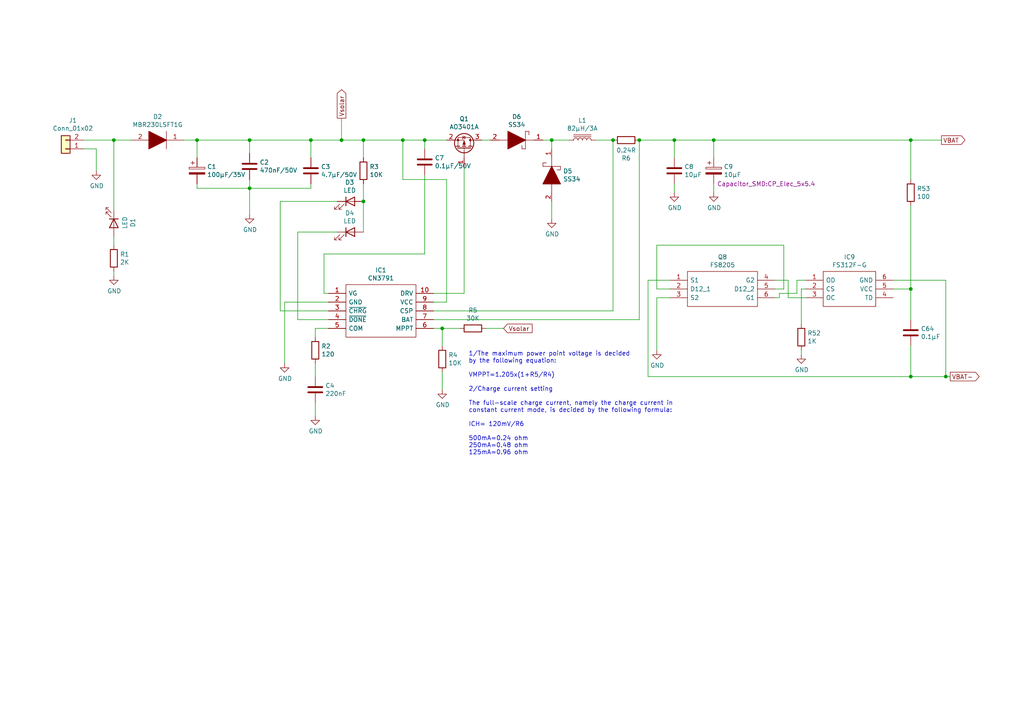
<source format=kicad_sch>
(kicad_sch (version 20211123) (generator eeschema)
  (paper "A4")
  (title_block (title "Open_beehive_scale_board") (date "2023-01-13") (rev "V0.4") (company "Ratamuse"))
  (lib_symbols
    (symbol "CN3791:CN3791" (pin_names (offset 0.762))
      (property "Reference" "IC" (at 26.67 7.62 0))
      (property "Value" "CN3791" (at 26.67 5.08 0))
      (symbol "CN3791_0_0"
        (pin passive line (at 0 0 0) (length 5.08) (name "VG") (number "1"))
        (pin passive line (at 30.48 0 180) (length 5.08) (name "DRV") (number "10"))
        (pin passive line (at 0 -2.54 0) (length 5.08) (name "GND") (number "2"))
        (pin passive line (at 0 -5.08 0) (length 5.08) (name "~{CHRG}") (number "3"))
        (pin passive line (at 0 -7.62 0) (length 5.08) (name "~{DONE}") (number "4"))
        (pin passive line (at 0 -10.16 0) (length 5.08) (name "COM") (number "5"))
        (pin passive line (at 30.48 -10.16 180) (length 5.08) (name "MPPT") (number "6"))
        (pin passive line (at 30.48 -7.62 180) (length 5.08) (name "BAT") (number "7"))
        (pin passive line (at 30.48 -5.08 180) (length 5.08) (name "CSP") (number "8"))
        (pin passive line (at 30.48 -2.54 180) (length 5.08) (name "VCC") (number "9"))
      )
      (symbol "CN3791_0_1"
        (polyline (pts (xy 5.08 2.54) (xy 25.4 2.54) (xy 25.4 -12.7) (xy 5.08 -12.7) (xy 5.08 2.54)) (stroke (width 0.1524)))
      )
    )
    (symbol "Connector_Generic:Conn_01x02" (pin_names (offset 1.016) hide)
      (property "Reference" "J" (at 0 2.54 0))
      (property "Value" "Conn_01x02" (at 0 -5.08 0))
      (symbol "Conn_01x02_1_1"
        (rectangle (start -1.27 -2.413) (end 0 -2.667) (stroke (width 0.1524)))
        (rectangle (start -1.27 0.127) (end 0 -0.127) (stroke (width 0.1524)))
        (rectangle (start -1.27 1.27) (end 1.27 -3.81) (stroke (width 0.254)) (fill (type background)))
        (pin passive line (at -5.08 0 0) (length 3.81) (name "Pin_1") (number "1"))
        (pin passive line (at -5.08 -2.54 0) (length 3.81) (name "Pin_2") (number "2"))
      )
    )
    (symbol "Device:C" (pin_numbers hide) (pin_names (offset 0.254))
      (property "Reference" "C" (at 0.635 2.54 0))
      (property "Value" "C" (at 0.635 -2.54 0))
      (symbol "C_0_1"
        (polyline (pts (xy -2.032 -0.762) (xy 2.032 -0.762)) (stroke (width 0.508)))
        (polyline (pts (xy -2.032 0.762) (xy 2.032 0.762)) (stroke (width 0.508)))
      )
      (symbol "C_1_1"
        (pin passive line (at 0 3.81 270) (length 2.794) (name "~") (number "1"))
        (pin passive line (at 0 -3.81 90) (length 2.794) (name "~") (number "2"))
      )
    )
    (symbol "Device:LED" (pin_numbers hide) (pin_names (offset 1.016) hide)
      (property "Reference" "D" (at 0 2.54 0))
      (property "Value" "LED" (at 0 -2.54 0))
      (symbol "LED_0_1"
        (polyline (pts (xy -1.27 -1.27) (xy -1.27 1.27)) (stroke (width 0.254)))
        (polyline (pts (xy -1.27 0) (xy 1.27 0)))
        (polyline (pts (xy 1.27 -1.27) (xy 1.27 1.27) (xy -1.27 0) (xy 1.27 -1.27)) (stroke (width 0.254)))
        (polyline (pts (xy -3.048 -0.762) (xy -4.572 -2.286) (xy -3.81 -2.286) (xy -4.572 -2.286) (xy -4.572 -1.524)))
        (polyline (pts (xy -1.778 -0.762) (xy -3.302 -2.286) (xy -2.54 -2.286) (xy -3.302 -2.286) (xy -3.302 -1.524)))
      )
      (symbol "LED_1_1"
        (pin passive line (at -3.81 0 0) (length 2.54) (name "K") (number "1"))
        (pin passive line (at 3.81 0 180) (length 2.54) (name "A") (number "2"))
      )
    )
    (symbol "Device:R" (pin_numbers hide) (pin_names (offset 0))
      (property "Reference" "R" (at 2.032 0 90))
      (property "Value" "R" (at 0 0 90))
      (symbol "R_0_1"
        (rectangle (start -1.016 -2.54) (end 1.016 2.54) (stroke (width 0.254)))
      )
      (symbol "R_1_1"
        (pin passive line (at 0 3.81 270) (length 1.27) (name "~") (number "1"))
        (pin passive line (at 0 -3.81 90) (length 1.27) (name "~") (number "2"))
      )
    )
    (symbol "FS312F-G:FS312F-G" (pin_names (offset 0.762))
      (property "Reference" "IC" (at 21.59 7.62 0))
      (property "Value" "FS312F-G" (at 21.59 5.08 0))
      (symbol "FS312F-G_0_0"
        (pin passive line (at 0 0 0) (length 5.08) (name "OD") (number "1"))
        (pin passive line (at 0 -2.54 0) (length 5.08) (name "CS") (number "2"))
        (pin passive line (at 0 -5.08 0) (length 5.08) (name "OC") (number "3"))
        (pin passive line (at 25.4 -5.08 180) (length 5.08) (name "TD") (number "4"))
        (pin passive line (at 25.4 -2.54 180) (length 5.08) (name "VCC") (number "5"))
        (pin passive line (at 25.4 0 180) (length 5.08) (name "GND") (number "6"))
      )
      (symbol "FS312F-G_0_1"
        (polyline (pts (xy 5.08 2.54) (xy 20.32 2.54) (xy 20.32 -7.62) (xy 5.08 -7.62) (xy 5.08 2.54)) (stroke (width 0.1524)))
      )
    )
    (symbol "FS8205:FS8205" (pin_names (offset 0.762))
      (property "Reference" "Q" (at 26.67 7.62 0))
      (property "Value" "FS8205" (at 26.67 5.08 0))
      (symbol "FS8205_0_0"
        (pin passive line (at 0 0 0) (length 5.08) (name "S1") (number "1"))
        (pin passive line (at 0 -2.54 0) (length 5.08) (name "D12_1") (number "2"))
        (pin passive line (at 0 -5.08 0) (length 5.08) (name "S2") (number "3"))
        (pin passive line (at 30.48 0 180) (length 5.08) (name "G2") (number "4"))
        (pin passive line (at 30.48 -2.54 180) (length 5.08) (name "D12_2") (number "5"))
        (pin passive line (at 30.48 -5.08 180) (length 5.08) (name "G1") (number "6"))
      )
      (symbol "FS8205_0_1"
        (polyline (pts (xy 5.08 2.54) (xy 25.4 2.54) (xy 25.4 -7.62) (xy 5.08 -7.62) (xy 5.08 2.54)) (stroke (width 0.1524)))
      )
    )
    (symbol "MBR230LSFT1G:MBR230LSFT1G" (pin_names (offset 0.762))
      (property "Reference" "D" (at 11.43 5.08 0))
      (property "Value" "MBR230LSFT1G" (at 11.43 2.54 0))
      (symbol "MBR230LSFT1G_0_0"
        (pin passive line (at 0 0 0) (length 5.08) (name "~") (number "1"))
        (pin passive line (at 15.24 0 180) (length 5.08) (name "~") (number "2"))
      )
      (symbol "MBR230LSFT1G_0_1"
        (polyline (pts (xy 5.08 2.54) (xy 5.08 -2.54)) (stroke (width 0.1524)))
        (polyline (pts (xy 5.08 0) (xy 10.16 2.54) (xy 10.16 -2.54) (xy 5.08 0)) (stroke (width 0.254)) (fill (type outline)))
      )
    )
    (symbol "SS34:SS34" (pin_names (offset 0.762))
      (property "Reference" "D" (at 12.7 8.89 0))
      (property "Value" "SS34" (at 12.7 6.35 0))
      (symbol "SS34_0_0"
        (pin passive line (at 2.54 0 0) (length 2.54) (name "~") (number "1"))
        (pin passive line (at 17.78 0 180) (length 2.54) (name "~") (number "2"))
      )
      (symbol "SS34_0_1"
        (polyline (pts (xy 5.08 0) (xy 7.62 0)) (stroke (width 0.1524)))
        (polyline (pts (xy 7.62 2.54) (xy 7.62 -2.54)) (stroke (width 0.1524)))
        (polyline (pts (xy 12.7 0) (xy 15.24 0)) (stroke (width 0.1524)))
        (polyline (pts (xy 7.62 -2.54) (xy 6.604 -2.54) (xy 6.604 -1.524)) (stroke (width 0.1524)))
        (polyline (pts (xy 7.62 2.54) (xy 8.636 2.54) (xy 8.636 1.524)) (stroke (width 0.1524)))
        (polyline (pts (xy 7.62 0) (xy 12.7 2.54) (xy 12.7 -2.54) (xy 7.62 0)) (stroke (width 0.254)) (fill (type outline)))
      )
    )
    (symbol "Transistor_FET:AO3401A" (pin_names hide)
      (property "Reference" "Q" (at 5.08 1.905 0))
      (property "Value" "AO3401A" (at 5.08 0 0))
      (symbol "AO3401A_0_1"
        (polyline (pts (xy 0.254 0) (xy -2.54 0)))
        (polyline (pts (xy 0.254 1.905) (xy 0.254 -1.905)) (stroke (width 0.254)))
        (polyline (pts (xy 0.762 -1.27) (xy 0.762 -2.286)) (stroke (width 0.254)))
        (polyline (pts (xy 0.762 0.508) (xy 0.762 -0.508)) (stroke (width 0.254)))
        (polyline (pts (xy 0.762 2.286) (xy 0.762 1.27)) (stroke (width 0.254)))
        (polyline (pts (xy 2.54 2.54) (xy 2.54 1.778)))
        (polyline (pts (xy 2.54 -2.54) (xy 2.54 0) (xy 0.762 0)))
        (polyline (pts (xy 0.762 1.778) (xy 3.302 1.778) (xy 3.302 -1.778) (xy 0.762 -1.778)))
        (polyline (pts (xy 2.286 0) (xy 1.27 0.381) (xy 1.27 -0.381) (xy 2.286 0)) (fill (type outline)))
        (polyline (pts (xy 2.794 -0.508) (xy 2.921 -0.381) (xy 3.683 -0.381) (xy 3.81 -0.254)))
        (polyline (pts (xy 3.302 -0.381) (xy 2.921 0.254) (xy 3.683 0.254) (xy 3.302 -0.381)))
        (circle (center 1.651 0) (radius 2.794) (stroke (width 0.254)))
        (circle (center 2.54 -1.778) (radius 0.254) (fill (type outline)))
        (circle (center 2.54 1.778) (radius 0.254) (fill (type outline)))
      )
      (symbol "AO3401A_1_1"
        (pin input line (at -5.08 0 0) (length 2.54) (name "G") (number "1"))
        (pin passive line (at 2.54 -5.08 90) (length 2.54) (name "S") (number "2"))
        (pin passive line (at 2.54 5.08 270) (length 2.54) (name "D") (number "3"))
      )
    )
    (symbol "power:GND" (power) (pin_names (offset 0))
      (property "Value" "GND" (at 0 -3.81 0))
      (symbol "GND_0_1"
        (polyline (pts (xy 0 0) (xy 0 -1.27) (xy 1.27 -1.27) (xy 0 -2.54) (xy -1.27 -1.27) (xy 0 -1.27)))
      )
      (symbol "GND_1_1"
        (pin power_in line (at 0 0 270) (length 0) hide (name "GND") (number "1"))
      )
    )
    (symbol "ruche-rescue:CP-Device" (pin_numbers hide) (pin_names (offset 0.254))
      (property "Reference" "C" (at 0.635 2.54 0))
      (property "Value" "CP-Device" (at 0.635 -2.54 0))
      (symbol "CP-Device_0_1"
        (rectangle (start -2.286 0.508) (end 2.286 1.016))
        (polyline (pts (xy -1.778 2.286) (xy -0.762 2.286)))
        (polyline (pts (xy -1.27 2.794) (xy -1.27 1.778)))
        (rectangle (start 2.286 -0.508) (end -2.286 -1.016) (fill (type outline)))
      )
      (symbol "CP-Device_1_1"
        (pin passive line (at 0 3.81 270) (length 2.794) (name "~") (number "1"))
        (pin passive line (at 0 -3.81 90) (length 2.794) (name "~") (number "2"))
      )
    )
    (symbol "ruche-rescue:L_Core_Iron-Device" (pin_numbers hide) (pin_names (offset 1.016) hide)
      (property "Reference" "L" (at -1.27 0 90))
      (property "Value" "L_Core_Iron-Device" (at 2.794 0 90))
      (symbol "L_Core_Iron-Device_0_1"
        (arc (start 0 -2.54) (mid 0.635 -1.905) (end 0 -1.27))
        (arc (start 0 -1.27) (mid 0.635 -0.635) (end 0 0))
        (polyline (pts (xy 1.016 2.54) (xy 1.016 -2.54)))
        (polyline (pts (xy 1.524 -2.54) (xy 1.524 2.54)))
        (arc (start 0 0) (mid 0.635 0.635) (end 0 1.27))
        (arc (start 0 1.27) (mid 0.635 1.905) (end 0 2.54))
      )
      (symbol "L_Core_Iron-Device_1_1"
        (pin passive line (at 0 3.81 270) (length 1.27) (name "1") (number "1"))
        (pin passive line (at 0 -3.81 90) (length 1.27) (name "2") (number "2"))
      )
    )
  )
  (junction (at 195.58 40.64))
  (junction (at 264.16 83.82))
  (junction (at 57.15 40.64))
  (junction (at 264.16 40.64))
  (junction (at 90.17 40.64))
  (junction (at 105.41 40.64))
  (junction (at 123.19 40.64))
  (junction (at 264.16 109.22))
  (junction (at 207.01 40.64))
  (junction (at 160.02 40.64))
  (junction (at 99.06 40.64))
  (junction (at 72.39 54.61))
  (junction (at 177.8 40.64))
  (junction (at 72.39 40.64))
  (junction (at 274.32 109.22))
  (junction (at 128.27 95.25))
  (junction (at 33.02 40.64))
  (junction (at 185.42 40.64))
  (junction (at 116.84 40.64))
  (junction (at 105.41 58.42))
  (wire (pts (xy 72.39 54.61) (xy 72.39 62.23)))
  (wire (pts (xy 72.39 40.64) (xy 90.17 40.64)))
  (wire (pts (xy 195.58 40.64) (xy 195.58 45.72)))
  (wire (pts (xy 116.84 40.64) (xy 123.19 40.64)))
  (wire (pts (xy 123.19 43.18) (xy 123.19 40.64)))
  (wire (pts (xy 57.15 40.64) (xy 57.15 45.72)))
  (wire (pts (xy 125.73 92.71) (xy 185.42 92.71)))
  (wire (pts (xy 259.08 83.82) (xy 264.16 83.82)))
  (wire (pts (xy 93.98 85.09) (xy 95.25 85.09)))
  (wire (pts (xy 81.28 90.17) (xy 95.25 90.17)))
  (wire (pts (xy 99.06 34.29) (xy 99.06 40.64)))
  (wire (pts (xy 33.02 80.01) (xy 33.02 78.74)))
  (wire (pts (xy 195.58 55.88) (xy 195.58 53.34)))
  (wire (pts (xy 228.6 81.28) (xy 224.79 81.28)))
  (wire (pts (xy 123.19 40.64) (xy 129.54 40.64)))
  (wire (pts (xy 27.94 43.18) (xy 27.94 49.53)))
  (wire (pts (xy 123.19 73.66) (xy 93.98 73.66)))
  (wire (pts (xy 195.58 40.64) (xy 207.01 40.64)))
  (wire (pts (xy 125.73 95.25) (xy 128.27 95.25)))
  (wire (pts (xy 33.02 71.12) (xy 33.02 68.58)))
  (wire (pts (xy 139.7 40.64) (xy 142.24 40.64)))
  (wire (pts (xy 82.55 87.63) (xy 95.25 87.63)))
  (wire (pts (xy 232.41 83.82) (xy 232.41 93.98)))
  (wire (pts (xy 274.32 109.22) (xy 264.16 109.22)))
  (wire (pts (xy 72.39 52.07) (xy 72.39 54.61)))
  (wire (pts (xy 125.73 85.09) (xy 134.62 85.09)))
  (wire (pts (xy 81.28 58.42) (xy 81.28 90.17)))
  (wire (pts (xy 264.16 92.71) (xy 264.16 83.82)))
  (wire (pts (xy 228.6 86.36) (xy 228.6 81.28)))
  (wire (pts (xy 207.01 40.64) (xy 264.16 40.64)))
  (wire (pts (xy 128.27 107.95) (xy 128.27 113.03)))
  (wire (pts (xy 172.72 40.64) (xy 177.8 40.64)))
  (wire (pts (xy 57.15 54.61) (xy 57.15 53.34)))
  (wire (pts (xy 160.02 40.64) (xy 160.02 43.18)))
  (wire (pts (xy 140.97 95.25) (xy 146.05 95.25)))
  (wire (pts (xy 90.17 40.64) (xy 90.17 45.72)))
  (wire (pts (xy 129.54 52.07) (xy 129.54 87.63)))
  (wire (pts (xy 95.25 95.25) (xy 91.44 95.25)))
  (wire (pts (xy 105.41 53.34) (xy 105.41 58.42)))
  (wire (pts (xy 226.06 85.09) (xy 226.06 86.36)))
  (wire (pts (xy 187.96 81.28) (xy 187.96 109.22)))
  (wire (pts (xy 190.5 83.82) (xy 194.31 83.82)))
  (wire (pts (xy 93.98 73.66) (xy 93.98 85.09)))
  (wire (pts (xy 231.14 81.28) (xy 233.68 81.28)))
  (wire (pts (xy 264.16 40.64) (xy 273.05 40.64)))
  (wire (pts (xy 232.41 101.6) (xy 232.41 102.87)))
  (wire (pts (xy 227.33 71.12) (xy 227.33 83.82)))
  (wire (pts (xy 224.79 83.82) (xy 227.33 83.82)))
  (wire (pts (xy 53.34 40.64) (xy 57.15 40.64)))
  (wire (pts (xy 259.08 81.28) (xy 274.32 81.28)))
  (wire (pts (xy 190.5 71.12) (xy 227.33 71.12)))
  (wire (pts (xy 82.55 87.63) (xy 82.55 105.41)))
  (wire (pts (xy 264.16 100.33) (xy 264.16 109.22)))
  (wire (pts (xy 185.42 40.64) (xy 185.42 92.71)))
  (wire (pts (xy 228.6 86.36) (xy 233.68 86.36)))
  (wire (pts (xy 274.32 109.22) (xy 275.59 109.22)))
  (wire (pts (xy 207.01 53.34) (xy 207.01 55.88)))
  (wire (pts (xy 24.13 40.64) (xy 33.02 40.64)))
  (wire (pts (xy 129.54 52.07) (xy 116.84 52.07)))
  (wire (pts (xy 105.41 58.42) (xy 105.41 67.31)))
  (wire (pts (xy 90.17 54.61) (xy 90.17 53.34)))
  (wire (pts (xy 226.06 86.36) (xy 224.79 86.36)))
  (wire (pts (xy 274.32 81.28) (xy 274.32 109.22)))
  (wire (pts (xy 160.02 40.64) (xy 165.1 40.64)))
  (wire (pts (xy 194.31 86.36) (xy 190.5 86.36)))
  (wire (pts (xy 128.27 95.25) (xy 133.35 95.25)))
  (wire (pts (xy 134.62 48.26) (xy 134.62 85.09)))
  (wire (pts (xy 33.02 40.64) (xy 38.1 40.64)))
  (wire (pts (xy 99.06 40.64) (xy 105.41 40.64)))
  (wire (pts (xy 91.44 105.41) (xy 91.44 109.22)))
  (wire (pts (xy 128.27 95.25) (xy 128.27 100.33)))
  (wire (pts (xy 264.16 52.07) (xy 264.16 40.64)))
  (wire (pts (xy 97.79 58.42) (xy 81.28 58.42)))
  (wire (pts (xy 33.02 40.64) (xy 33.02 60.96)))
  (wire (pts (xy 190.5 86.36) (xy 190.5 101.6)))
  (wire (pts (xy 231.14 85.09) (xy 226.06 85.09)))
  (wire (pts (xy 105.41 40.64) (xy 105.41 45.72)))
  (wire (pts (xy 57.15 40.64) (xy 72.39 40.64)))
  (wire (pts (xy 157.48 40.64) (xy 160.02 40.64)))
  (wire (pts (xy 187.96 81.28) (xy 194.31 81.28)))
  (wire (pts (xy 24.13 43.18) (xy 27.94 43.18)))
  (wire (pts (xy 160.02 58.42) (xy 160.02 63.5)))
  (wire (pts (xy 105.41 40.64) (xy 116.84 40.64)))
  (wire (pts (xy 207.01 40.64) (xy 207.01 45.72)))
  (wire (pts (xy 72.39 54.61) (xy 90.17 54.61)))
  (wire (pts (xy 72.39 40.64) (xy 72.39 44.45)))
  (wire (pts (xy 231.14 81.28) (xy 231.14 85.09)))
  (wire (pts (xy 86.36 67.31) (xy 86.36 92.71)))
  (wire (pts (xy 97.79 67.31) (xy 86.36 67.31)))
  (wire (pts (xy 90.17 40.64) (xy 99.06 40.64)))
  (wire (pts (xy 185.42 40.64) (xy 195.58 40.64)))
  (wire (pts (xy 190.5 71.12) (xy 190.5 83.82)))
  (wire (pts (xy 57.15 54.61) (xy 72.39 54.61)))
  (wire (pts (xy 233.68 83.82) (xy 232.41 83.82)))
  (wire (pts (xy 123.19 50.8) (xy 123.19 73.66)))
  (wire (pts (xy 264.16 83.82) (xy 264.16 59.69)))
  (wire (pts (xy 116.84 52.07) (xy 116.84 40.64)))
  (wire (pts (xy 91.44 120.65) (xy 91.44 116.84)))
  (wire (pts (xy 91.44 95.25) (xy 91.44 97.79)))
  (wire (pts (xy 86.36 92.71) (xy 95.25 92.71)))
  (wire (pts (xy 125.73 87.63) (xy 129.54 87.63)))
  (wire (pts (xy 177.8 40.64) (xy 177.8 90.17)))
  (wire (pts (xy 177.8 90.17) (xy 125.73 90.17)))
  (wire (pts (xy 187.96 109.22) (xy 264.16 109.22)))
  (text "1/The maximum power point voltage is decided\nby the following equation:\n\nVMPPT=1.205x(1+R5/R4)\n\n2/Charge current setting\n\nThe full-scale charge current, namely the charge current in \nconstant current mode, is decided by the following formula:\n\nICH= 120mV/R6\n\n500mA=0.24 ohm\n250mA=0.48 ohm\n125mA=0.96 ohm" (at 135.89 132.08 0) (effects (font (size 1.27 1.27)) (justify left bottom)))
  (global_label "VBAT-" (shape output) (at 275.59 109.22 0) (property "Intersheet References" "${INTERSHEET_REFS}" (effects hide)))
  (global_label "Vsolar" (shape output) (at 99.06 34.29 90) (property "Intersheet References" "${INTERSHEET_REFS}" (effects hide)))
  (global_label "VBAT" (shape output) (at 273.05 40.64 0) (property "Intersheet References" "${INTERSHEET_REFS}" (effects hide)))
  (global_label "Vsolar" (shape input) (at 146.05 95.25 0) (property "Intersheet References" "${INTERSHEET_REFS}" (effects hide)))
  (symbol (lib_id "Connector_Generic:Conn_01x02") (at 19.05 43.18 180) (unit 1)
    (property "Reference" "J1" (at 21.1328 34.925 0))
    (property "Value" "Conn_01x02" (at 21.1328 37.2364 0))
    (property "Footprint" "Empreintes:SHDR2W90P0X500_1X2_1060X980X1380P" (effects hide))
  )
  (symbol (lib_id "Device:R") (at 91.44 101.6 0) (unit 1)
    (property "Reference" "R2" (at 93.218 100.4316 0) (effects (justify left)))
    (property "Value" "120" (at 93.218 102.743 0) (effects (justify left)))
    (property "Footprint" "Resistor_SMD:R_0603_1608Metric" (effects hide))
  )
  (symbol (lib_id "power:GND") (at 72.39 62.23 0) (unit 1)
    (property "Reference" "#PWR0132" (effects hide))
    (property "Value" "GND" (at 72.517 66.6242 0))
  )
  (symbol (lib_id "Device:LED") (at 33.02 64.77 270) (unit 1)
    (property "Reference" "D1" (at 38.5318 64.5922 0))
    (property "Value" "LED" (at 36.2204 64.5922 0))
    (property "Footprint" "LED_SMD:LED_0603_1608Metric_Castellated" (effects hide))
  )
  (symbol (lib_id "Device:R") (at 33.02 74.93 0) (unit 1)
    (property "Reference" "R1" (at 34.798 73.7616 0) (effects (justify left)))
    (property "Value" "2K" (at 34.798 76.073 0) (effects (justify left)))
    (property "Footprint" "Resistor_SMD:R_0603_1608Metric" (effects hide))
  )
  (symbol (lib_id "ruche-rescue:CP-Device") (at 57.15 49.53 0) (unit 1)
    (property "Reference" "C1" (at 60.071 48.3616 0) (effects (justify left)))
    (property "Value" "100µF/35V" (at 60.071 50.673 0) (effects (justify left)))
    (property "Footprint" "Capacitor_SMD:CP_Elec_6.3x7.7" (effects hide))
  )
  (symbol (lib_id "CN3791:CN3791") (at 95.25 85.09 0) (unit 1)
    (property "Reference" "IC1" (at 110.49 78.359 0))
    (property "Value" "CN3791" (at 110.49 80.6704 0))
    (property "Footprint" "Empreintes:SOP100P600X175-10N" (effects hide))
    (property "Datasheet" "http://www.consonance-elec.com/pdf/datasheet/DSE-CN3791.pdf" (effects hide))
    (property "Description" "ic" (effects hide))
    (property "Height" "1.75" (effects hide))
    (property "Manufacturer_Name" "Consonance" (effects hide))
    (property "Manufacturer_Part_Number" "CN3791" (effects hide))
  )
  (symbol (lib_id "Device:R") (at 232.41 97.79 0) (unit 1)
    (property "Reference" "R52" (at 234.188 96.6216 0) (effects (justify left)))
    (property "Value" "1K" (at 234.188 98.933 0) (effects (justify left)))
    (property "Footprint" "Resistor_SMD:R_0603_1608Metric" (effects hide))
  )
  (symbol (lib_id "Device:R") (at 105.41 49.53 0) (unit 1)
    (property "Reference" "R3" (at 107.188 48.3616 0) (effects (justify left)))
    (property "Value" "10K" (at 107.188 50.673 0) (effects (justify left)))
    (property "Footprint" "Resistor_SMD:R_0603_1608Metric" (effects hide))
  )
  (symbol (lib_id "Device:C") (at 123.19 46.99 0) (unit 1)
    (property "Reference" "C7" (at 126.111 45.8216 0) (effects (justify left)))
    (property "Value" "0.1µF/50V" (at 126.111 48.133 0) (effects (justify left)))
    (property "Footprint" "Capacitor_SMD:C_0603_1608Metric" (effects hide))
  )
  (symbol (lib_id "Device:C") (at 264.16 96.52 0) (unit 1)
    (property "Reference" "C64" (at 267.081 95.3516 0) (effects (justify left)))
    (property "Value" "0.1µF" (at 267.081 97.663 0) (effects (justify left)))
    (property "Footprint" "Capacitor_SMD:C_0603_1608Metric" (effects hide))
  )
  (symbol (lib_id "power:GND") (at 82.55 105.41 0) (unit 1)
    (property "Reference" "#PWR0130" (effects hide))
    (property "Value" "GND" (at 82.677 109.8042 0))
  )
  (symbol (lib_id "power:GND") (at 91.44 120.65 0) (unit 1)
    (property "Reference" "#PWR0131" (effects hide))
    (property "Value" "GND" (at 91.567 125.0442 0))
  )
  (symbol (lib_id "Device:R") (at 137.16 95.25 270) (unit 1)
    (property "Reference" "R5" (at 137.16 89.9922 90))
    (property "Value" "30K" (at 137.16 92.3036 90))
    (property "Footprint" "Resistor_SMD:R_0603_1608Metric" (effects hide))
  )
  (symbol (lib_id "Device:R") (at 264.16 55.88 0) (unit 1)
    (property "Reference" "R53" (at 265.938 54.7116 0) (effects (justify left)))
    (property "Value" "100" (at 265.938 57.023 0) (effects (justify left)))
    (property "Footprint" "Resistor_SMD:R_0603_1608Metric" (effects hide))
  )
  (symbol (lib_id "SS34:SS34") (at 160.02 40.64 180) (unit 1)
    (property "Reference" "D6" (at 149.86 33.8582 0))
    (property "Value" "SS34" (at 149.86 36.1696 0))
    (property "Footprint" "Empreintes:DIOM8059X256N" (effects hide))
    (property "Datasheet" "https://componentsearchengine.com/Datasheets/2/SS34.pdf" (effects hide))
    (property "Description" "ON Semi SS34 SMT Schottky Diode, 40V 3A, 2-Pin DO-214AB" (effects hide))
    (property "Height" "2.56" (effects hide))
    (property "Manufacturer_Name" "ON Semiconductor" (effects hide))
    (property "Manufacturer_Part_Number" "SS34" (effects hide))
    (property "Mouser Part Number" "512-SS34" (effects hide))
    (property "Mouser Price/Stock" "https://www.mouser.co.uk/ProductDetail/ON-Semiconductor-Fairchild/SS34?qs=2ONuHmP%2FXzb3ub11UdFfdQ%3D%3D" (effects hide))
    (property "Arrow Part Number" "SS34" (effects hide))
    (property "Arrow Price/Stock" "https://www.arrow.com/en/products/ss34/on-semiconductor" (effects hide))
  )
  (symbol (lib_id "Device:C") (at 195.58 49.53 0) (unit 1)
    (property "Reference" "C8" (at 198.501 48.3616 0) (effects (justify left)))
    (property "Value" "10µF" (at 198.501 50.673 0) (effects (justify left)))
    (property "Footprint" "Capacitor_SMD:C_0805_2012Metric" (effects hide))
  )
  (symbol (lib_id "Device:LED") (at 101.6 67.31 0) (unit 1)
    (property "Reference" "D4" (at 101.4222 61.7982 0))
    (property "Value" "LED" (at 101.4222 64.1096 0))
    (property "Footprint" "LED_SMD:LED_0603_1608Metric_Castellated" (effects hide))
  )
  (symbol (lib_id "power:GND") (at 128.27 113.03 0) (unit 1)
    (property "Reference" "#PWR0136" (effects hide))
    (property "Value" "GND" (at 128.397 117.4242 0))
  )
  (symbol (lib_id "Device:LED") (at 101.6 58.42 0) (unit 1)
    (property "Reference" "D3" (at 101.4222 52.9082 0))
    (property "Value" "LED" (at 101.4222 55.2196 0))
    (property "Footprint" "LED_SMD:LED_0603_1608Metric_Castellated" (effects hide))
  )
  (symbol (lib_id "Device:C") (at 90.17 49.53 0) (unit 1)
    (property "Reference" "C3" (at 93.091 48.3616 0) (effects (justify left)))
    (property "Value" "4.7µF/50V" (at 93.091 50.673 0) (effects (justify left)))
    (property "Footprint" "Capacitor_SMD:C_0805_2012Metric" (effects hide))
  )
  (symbol (lib_id "FS8205:FS8205") (at 194.31 81.28 0) (unit 1)
    (property "Reference" "Q8" (at 209.55 74.549 0))
    (property "Value" "FS8205" (at 209.55 76.8604 0))
    (property "Footprint" "Empreintes:FS8205" (effects hide))
    (property "Datasheet" "https://www.ic-fortune.com/upload/Download/FS8205-DS-19_EN.pdf" (effects hide))
    (property "Description" "DUAL N-CHANNEL ENHANCEMENT MODE POWER MOFSET" (effects hide))
    (property "Height" "1" (effects hide))
    (property "Manufacturer_Name" "Fortune Semiconductor Corporation" (effects hide))
    (property "Manufacturer_Part_Number" "FS8205" (effects hide))
  )
  (symbol (lib_id "Device:R") (at 128.27 104.14 0) (unit 1)
    (property "Reference" "R4" (at 130.048 102.9716 0) (effects (justify left)))
    (property "Value" "10K" (at 130.048 105.283 0) (effects (justify left)))
    (property "Footprint" "Resistor_SMD:R_0603_1608Metric" (effects hide))
  )
  (symbol (lib_id "Device:C") (at 91.44 113.03 0) (unit 1)
    (property "Reference" "C4" (at 94.361 111.8616 0) (effects (justify left)))
    (property "Value" "220nF" (at 94.361 114.173 0) (effects (justify left)))
    (property "Footprint" "Capacitor_SMD:C_0603_1608Metric" (effects hide))
  )
  (symbol (lib_id "MBR230LSFT1G:MBR230LSFT1G") (at 53.34 40.64 180) (unit 1)
    (property "Reference" "D2" (at 45.72 33.8582 0))
    (property "Value" "MBR230LSFT1G" (at 45.72 36.1696 0))
    (property "Footprint" "Empreintes:SODFL3616X98N" (effects hide))
    (property "Datasheet" "http://www.onsemi.com/pub/Collateral/MBR230LSFT1-D.PDF" (effects hide))
    (property "Description" "Diode Schottky 30V 2A SOD123FL ON Semiconductor MBR230LSFT1G Schottky Diode, 2A, 30V, 2-Pin SOD-123FL" (effects hide))
    (property "Height" "0.98" (effects hide))
    (property "Manufacturer_Name" "ON Semiconductor" (effects hide))
    (property "Manufacturer_Part_Number" "MBR230LSFT1G" (effects hide))
    (property "Mouser Part Number" "863-MBR230LSFT1G" (effects hide))
    (property "Mouser Price/Stock" "https://www.mouser.co.uk/ProductDetail/ON-Semiconductor/MBR230LSFT1G/?qs=Jh7l0IbPjid1ZBeNXVj%2FnA%3D%3D" (effects hide))
    (property "Arrow Part Number" "MBR230LSFT1G" (effects hide))
    (property "Arrow Price/Stock" "https://www.arrow.com/en/products/mbr230lsft1g/on-semiconductor" (effects hide))
  )
  (symbol (lib_id "Device:R") (at 181.61 40.64 90) (unit 1)
    (property "Reference" "R6" (at 181.61 45.8978 90))
    (property "Value" "0.24R" (at 181.61 43.5864 90))
    (property "Footprint" "Resistor_SMD:R_2512_6332Metric" (effects hide))
  )
  (symbol (lib_id "power:GND") (at 195.58 55.88 0) (unit 1)
    (property "Reference" "#PWR0134" (effects hide))
    (property "Value" "GND" (at 195.707 60.2742 0))
  )
  (symbol (lib_id "power:GND") (at 160.02 63.5 0) (unit 1)
    (property "Reference" "#PWR0133" (effects hide))
    (property "Value" "GND" (at 160.147 67.8942 0))
  )
  (symbol (lib_id "power:GND") (at 207.01 55.88 0) (unit 1)
    (property "Reference" "#PWR0135" (effects hide))
    (property "Value" "GND" (at 207.137 60.2742 0))
  )
  (symbol (lib_id "power:GND") (at 27.94 49.53 0) (unit 1)
    (property "Reference" "#PWR0129" (effects hide))
    (property "Value" "GND" (at 28.067 53.9242 0))
  )
  (symbol (lib_id "power:GND") (at 232.41 102.87 0) (unit 1)
    (property "Reference" "#PWR0234" (effects hide))
    (property "Value" "GND" (at 232.537 107.2642 0))
  )
  (symbol (lib_id "ruche-rescue:CP-Device") (at 207.01 49.53 0) (unit 1)
    (property "Reference" "C9" (at 209.931 48.3616 0) (effects (justify left)))
    (property "Value" "10µF" (at 209.931 50.673 0) (effects (justify left)))
    (property "Footprint" "Capacitor_SMD:CP_Elec_5x5.4" (at 207.9752 53.34 0) (effects (justify left)))
  )
  (symbol (lib_id "Transistor_FET:AO3401A") (at 134.62 43.18 270) (mirror x) (unit 1)
    (property "Reference" "Q1" (at 134.62 34.4932 90))
    (property "Value" "AO3401A" (at 134.62 36.8046 90))
    (property "Footprint" "Package_TO_SOT_SMD:SOT-23" (effects hide))
    (property "Datasheet" "http://www.aosmd.com/pdfs/datasheet/AO3401A.pdf" (effects hide))
  )
  (symbol (lib_id "power:GND") (at 190.5 101.6 0) (unit 1)
    (property "Reference" "#PWR0103" (effects hide))
    (property "Value" "GND" (at 190.627 105.9942 0))
  )
  (symbol (lib_id "ruche-rescue:L_Core_Iron-Device") (at 168.91 40.64 90) (unit 1)
    (property "Reference" "L1" (at 168.91 34.925 90))
    (property "Value" "82µH/3A" (at 168.91 37.2364 90))
    (property "Footprint" "Empreintes:INDPM138126X700N" (effects hide))
  )
  (symbol (lib_id "SS34:SS34") (at 160.02 40.64 270) (unit 1)
    (property "Reference" "D5" (at 163.322 49.6316 90) (effects (justify left)))
    (property "Value" "SS34" (at 163.322 51.943 90) (effects (justify left)))
    (property "Footprint" "Empreintes:DIOM8059X256N" (effects hide))
    (property "Datasheet" "https://componentsearchengine.com/Datasheets/2/SS34.pdf" (effects hide))
    (property "Description" "ON Semi SS34 SMT Schottky Diode, 40V 3A, 2-Pin DO-214AB" (effects hide))
    (property "Height" "2.56" (effects hide))
    (property "Manufacturer_Name" "ON Semiconductor" (effects hide))
    (property "Manufacturer_Part_Number" "SS34" (effects hide))
    (property "Mouser Part Number" "512-SS34" (effects hide))
    (property "Mouser Price/Stock" "https://www.mouser.co.uk/ProductDetail/ON-Semiconductor-Fairchild/SS34?qs=2ONuHmP%2FXzb3ub11UdFfdQ%3D%3D" (effects hide))
    (property "Arrow Part Number" "SS34" (effects hide))
    (property "Arrow Price/Stock" "https://www.arrow.com/en/products/ss34/on-semiconductor" (effects hide))
  )
  (symbol (lib_id "Device:C") (at 72.39 48.26 0) (unit 1)
    (property "Reference" "C2" (at 75.311 47.0916 0) (effects (justify left)))
    (property "Value" "470nF/50V" (at 75.311 49.403 0) (effects (justify left)))
    (property "Footprint" "Capacitor_SMD:C_0603_1608Metric" (effects hide))
  )
  (symbol (lib_id "FS312F-G:FS312F-G") (at 233.68 81.28 0) (unit 1)
    (property "Reference" "IC9" (at 246.38 74.549 0))
    (property "Value" "FS312F-G" (at 246.38 76.8604 0))
    (property "Footprint" "Empreintes:SOT95P280X145-6N" (effects hide))
    (property "Datasheet" "https://www.ic-fortune.com/upload/Download/FS312F-G-DS-12_EN.pdf" (effects hide))
    (property "Description" "One Cell Lithium-ion/Polymer Battery Protection IC" (effects hide))
    (property "Height" "1.45" (effects hide))
    (property "Manufacturer_Name" "Fortune Semiconductor Corporation" (effects hide))
    (property "Manufacturer_Part_Number" "FS312F-G" (effects hide))
  )
  (symbol (lib_id "power:GND") (at 33.02 80.01 0) (unit 1)
    (property "Reference" "#PWR0204" (effects hide))
    (property "Value" "GND" (at 33.147 84.4042 0))
  )
)
</source>
